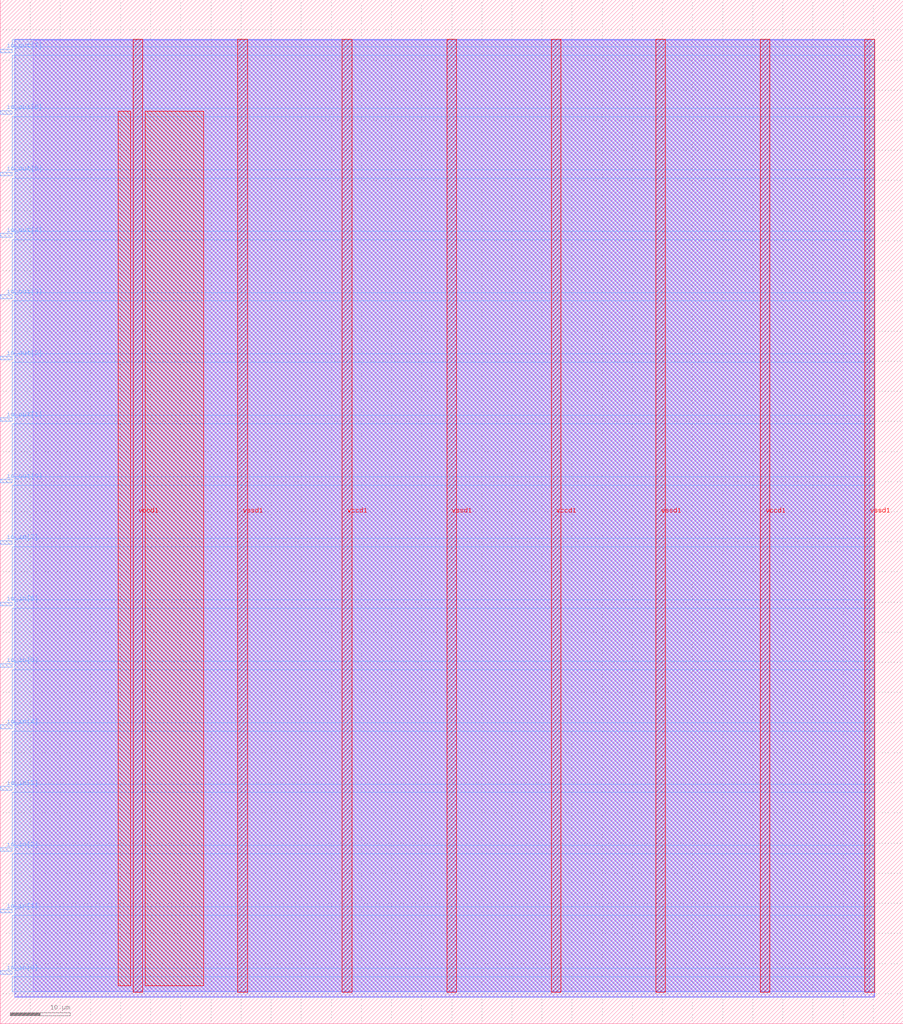
<source format=lef>
VERSION 5.7 ;
  NOWIREEXTENSIONATPIN ON ;
  DIVIDERCHAR "/" ;
  BUSBITCHARS "[]" ;
MACRO user_module_349953952950780498
  CLASS BLOCK ;
  FOREIGN user_module_349953952950780498 ;
  ORIGIN 0.000 0.000 ;
  SIZE 150.000 BY 170.000 ;
  PIN io_in[0]
    DIRECTION INPUT ;
    USE SIGNAL ;
    PORT
      LAYER met3 ;
        RECT 0.000 8.200 2.000 8.800 ;
    END
  END io_in[0]
  PIN io_in[1]
    DIRECTION INPUT ;
    USE SIGNAL ;
    PORT
      LAYER met3 ;
        RECT 0.000 18.400 2.000 19.000 ;
    END
  END io_in[1]
  PIN io_in[2]
    DIRECTION INPUT ;
    USE SIGNAL ;
    PORT
      LAYER met3 ;
        RECT 0.000 28.600 2.000 29.200 ;
    END
  END io_in[2]
  PIN io_in[3]
    DIRECTION INPUT ;
    USE SIGNAL ;
    PORT
      LAYER met3 ;
        RECT 0.000 38.800 2.000 39.400 ;
    END
  END io_in[3]
  PIN io_in[4]
    DIRECTION INPUT ;
    USE SIGNAL ;
    PORT
      LAYER met3 ;
        RECT 0.000 49.000 2.000 49.600 ;
    END
  END io_in[4]
  PIN io_in[5]
    DIRECTION INPUT ;
    USE SIGNAL ;
    PORT
      LAYER met3 ;
        RECT 0.000 59.200 2.000 59.800 ;
    END
  END io_in[5]
  PIN io_in[6]
    DIRECTION INPUT ;
    USE SIGNAL ;
    PORT
      LAYER met3 ;
        RECT 0.000 69.400 2.000 70.000 ;
    END
  END io_in[6]
  PIN io_in[7]
    DIRECTION INPUT ;
    USE SIGNAL ;
    PORT
      LAYER met3 ;
        RECT 0.000 79.600 2.000 80.200 ;
    END
  END io_in[7]
  PIN io_out[0]
    DIRECTION OUTPUT TRISTATE ;
    USE SIGNAL ;
    PORT
      LAYER met3 ;
        RECT 0.000 89.800 2.000 90.400 ;
    END
  END io_out[0]
  PIN io_out[1]
    DIRECTION OUTPUT TRISTATE ;
    USE SIGNAL ;
    PORT
      LAYER met3 ;
        RECT 0.000 100.000 2.000 100.600 ;
    END
  END io_out[1]
  PIN io_out[2]
    DIRECTION OUTPUT TRISTATE ;
    USE SIGNAL ;
    PORT
      LAYER met3 ;
        RECT 0.000 110.200 2.000 110.800 ;
    END
  END io_out[2]
  PIN io_out[3]
    DIRECTION OUTPUT TRISTATE ;
    USE SIGNAL ;
    PORT
      LAYER met3 ;
        RECT 0.000 120.400 2.000 121.000 ;
    END
  END io_out[3]
  PIN io_out[4]
    DIRECTION OUTPUT TRISTATE ;
    USE SIGNAL ;
    PORT
      LAYER met3 ;
        RECT 0.000 130.600 2.000 131.200 ;
    END
  END io_out[4]
  PIN io_out[5]
    DIRECTION OUTPUT TRISTATE ;
    USE SIGNAL ;
    PORT
      LAYER met3 ;
        RECT 0.000 140.800 2.000 141.400 ;
    END
  END io_out[5]
  PIN io_out[6]
    DIRECTION OUTPUT TRISTATE ;
    USE SIGNAL ;
    PORT
      LAYER met3 ;
        RECT 0.000 151.000 2.000 151.600 ;
    END
  END io_out[6]
  PIN io_out[7]
    DIRECTION OUTPUT TRISTATE ;
    USE SIGNAL ;
    PORT
      LAYER met3 ;
        RECT 0.000 161.200 2.000 161.800 ;
    END
  END io_out[7]
  PIN vccd1
    DIRECTION INOUT ;
    USE POWER ;
    PORT
      LAYER met4 ;
        RECT 22.085 5.200 23.685 163.440 ;
    END
    PORT
      LAYER met4 ;
        RECT 56.815 5.200 58.415 163.440 ;
    END
    PORT
      LAYER met4 ;
        RECT 91.545 5.200 93.145 163.440 ;
    END
    PORT
      LAYER met4 ;
        RECT 126.275 5.200 127.875 163.440 ;
    END
  END vccd1
  PIN vssd1
    DIRECTION INOUT ;
    USE GROUND ;
    PORT
      LAYER met4 ;
        RECT 39.450 5.200 41.050 163.440 ;
    END
    PORT
      LAYER met4 ;
        RECT 74.180 5.200 75.780 163.440 ;
    END
    PORT
      LAYER met4 ;
        RECT 108.910 5.200 110.510 163.440 ;
    END
    PORT
      LAYER met4 ;
        RECT 143.640 5.200 145.240 163.440 ;
    END
  END vssd1
  OBS
      LAYER li1 ;
        RECT 5.520 5.355 144.440 163.285 ;
      LAYER met1 ;
        RECT 2.370 4.460 145.240 163.440 ;
      LAYER met2 ;
        RECT 2.390 4.430 145.210 163.385 ;
      LAYER met3 ;
        RECT 2.000 162.200 145.230 163.365 ;
        RECT 2.400 160.800 145.230 162.200 ;
        RECT 2.000 152.000 145.230 160.800 ;
        RECT 2.400 150.600 145.230 152.000 ;
        RECT 2.000 141.800 145.230 150.600 ;
        RECT 2.400 140.400 145.230 141.800 ;
        RECT 2.000 131.600 145.230 140.400 ;
        RECT 2.400 130.200 145.230 131.600 ;
        RECT 2.000 121.400 145.230 130.200 ;
        RECT 2.400 120.000 145.230 121.400 ;
        RECT 2.000 111.200 145.230 120.000 ;
        RECT 2.400 109.800 145.230 111.200 ;
        RECT 2.000 101.000 145.230 109.800 ;
        RECT 2.400 99.600 145.230 101.000 ;
        RECT 2.000 90.800 145.230 99.600 ;
        RECT 2.400 89.400 145.230 90.800 ;
        RECT 2.000 80.600 145.230 89.400 ;
        RECT 2.400 79.200 145.230 80.600 ;
        RECT 2.000 70.400 145.230 79.200 ;
        RECT 2.400 69.000 145.230 70.400 ;
        RECT 2.000 60.200 145.230 69.000 ;
        RECT 2.400 58.800 145.230 60.200 ;
        RECT 2.000 50.000 145.230 58.800 ;
        RECT 2.400 48.600 145.230 50.000 ;
        RECT 2.000 39.800 145.230 48.600 ;
        RECT 2.400 38.400 145.230 39.800 ;
        RECT 2.000 29.600 145.230 38.400 ;
        RECT 2.400 28.200 145.230 29.600 ;
        RECT 2.000 19.400 145.230 28.200 ;
        RECT 2.400 18.000 145.230 19.400 ;
        RECT 2.000 9.200 145.230 18.000 ;
        RECT 2.400 7.800 145.230 9.200 ;
        RECT 2.000 5.275 145.230 7.800 ;
      LAYER met4 ;
        RECT 19.615 6.295 21.685 151.465 ;
        RECT 24.085 6.295 33.745 151.465 ;
  END
END user_module_349953952950780498
END LIBRARY


</source>
